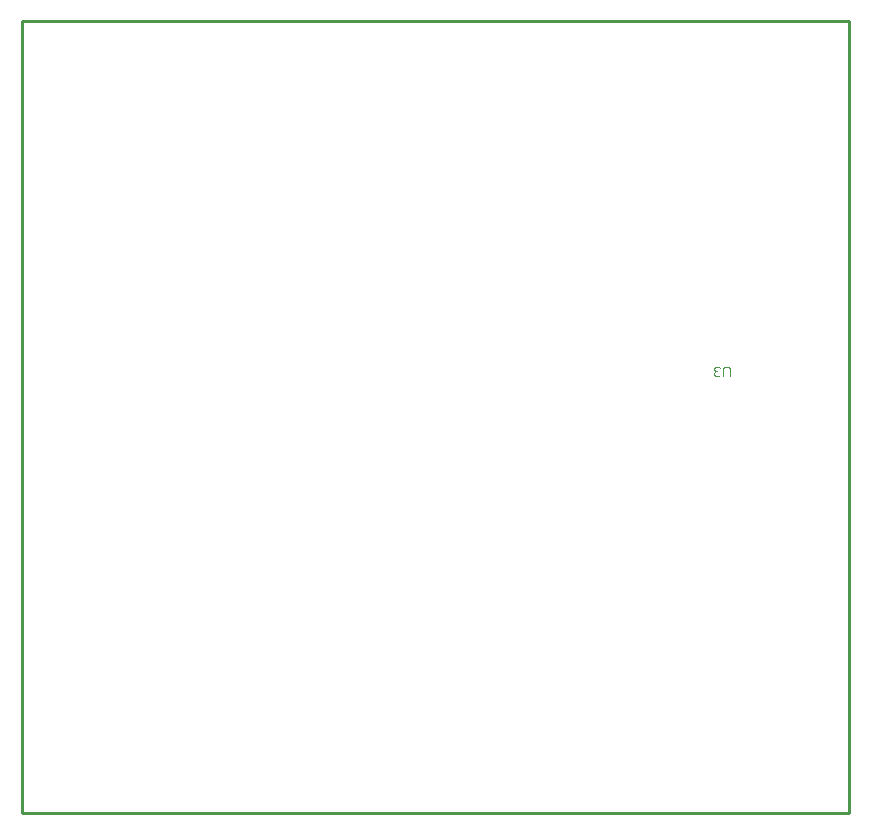
<source format=gko>
G04*
G04 #@! TF.GenerationSoftware,Altium Limited,Altium Designer,19.1.8 (144)*
G04*
G04 Layer_Color=16711935*
%FSLAX25Y25*%
%MOIN*%
G70*
G01*
G75*
%ADD13C,0.01000*%
%ADD14C,0.00394*%
D13*
X274606Y263779D02*
X274606Y0D01*
X-984Y263779D02*
X274606D01*
X-984Y0D02*
X274606D01*
X-984Y263779D02*
X-984Y0D01*
X-984D02*
X0D01*
X-984Y263779D02*
X-984Y0D01*
X-984Y263779D02*
X274606D01*
Y0D02*
Y263779D01*
X0Y0D02*
X274606D01*
D14*
X234846Y145489D02*
Y148113D01*
X234322Y148638D01*
X233272D01*
X232747Y148113D01*
Y145489D01*
X231698Y146014D02*
X231173Y145489D01*
X230124D01*
X229599Y146014D01*
Y146539D01*
X230124Y147064D01*
X230648D01*
X230124D01*
X229599Y147588D01*
Y148113D01*
X230124Y148638D01*
X231173D01*
X231698Y148113D01*
M02*

</source>
